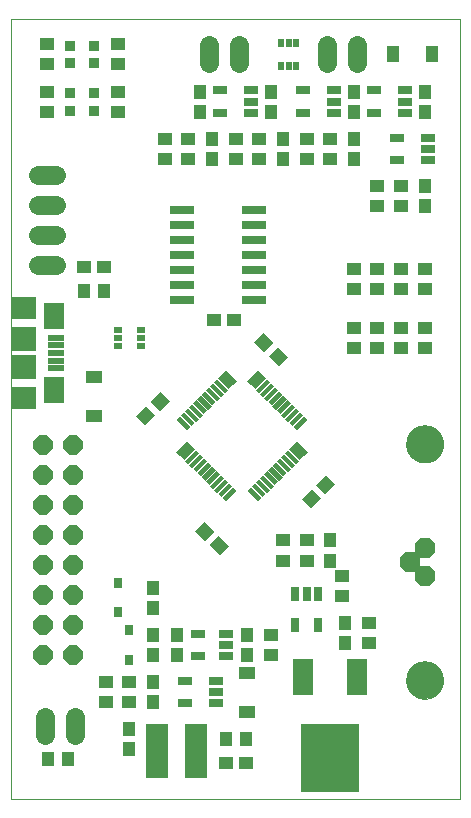
<source format=gts>
G75*
%MOIN*%
%OFA0B0*%
%FSLAX25Y25*%
%IPPOS*%
%LPD*%
%AMOC8*
5,1,8,0,0,1.08239X$1,22.5*
%
%ADD10C,0.00000*%
%ADD11C,0.12600*%
%ADD12R,0.01581X0.05124*%
%ADD13R,0.05124X0.02762*%
%ADD14R,0.04337X0.04731*%
%ADD15R,0.07880X0.07487*%
%ADD16R,0.07880X0.07880*%
%ADD17R,0.06699X0.08668*%
%ADD18R,0.05715X0.01975*%
%ADD19R,0.02762X0.03550*%
%ADD20R,0.05124X0.02565*%
%ADD21R,0.04731X0.04337*%
%ADD22R,0.08400X0.03000*%
%ADD23C,0.06400*%
%ADD24R,0.06699X0.12211*%
%ADD25R,0.19400X0.22900*%
%ADD26R,0.02565X0.05124*%
%ADD27R,0.05203X0.03983*%
%ADD28R,0.03983X0.05203*%
%ADD29R,0.01975X0.02762*%
%ADD30OC8,0.06850*%
%ADD31R,0.03550X0.03550*%
%ADD32R,0.02762X0.01975*%
%ADD33R,0.07487X0.18117*%
%ADD34OC8,0.06400*%
D10*
X0004419Y0001800D02*
X0004419Y0261643D01*
X0154025Y0261643D01*
X0154045Y0001800D01*
X0004419Y0001800D01*
X0136114Y0041170D02*
X0136116Y0041326D01*
X0136122Y0041481D01*
X0136132Y0041637D01*
X0136146Y0041792D01*
X0136164Y0041947D01*
X0136185Y0042101D01*
X0136211Y0042255D01*
X0136241Y0042408D01*
X0136274Y0042560D01*
X0136312Y0042711D01*
X0136353Y0042861D01*
X0136398Y0043010D01*
X0136447Y0043158D01*
X0136500Y0043305D01*
X0136556Y0043450D01*
X0136616Y0043594D01*
X0136680Y0043736D01*
X0136747Y0043877D01*
X0136818Y0044015D01*
X0136893Y0044152D01*
X0136971Y0044287D01*
X0137052Y0044420D01*
X0137137Y0044551D01*
X0137225Y0044679D01*
X0137316Y0044806D01*
X0137410Y0044930D01*
X0137508Y0045051D01*
X0137609Y0045170D01*
X0137712Y0045286D01*
X0137819Y0045400D01*
X0137928Y0045511D01*
X0138041Y0045619D01*
X0138156Y0045724D01*
X0138273Y0045826D01*
X0138393Y0045925D01*
X0138516Y0046021D01*
X0138641Y0046114D01*
X0138769Y0046204D01*
X0138898Y0046290D01*
X0139030Y0046373D01*
X0139164Y0046453D01*
X0139300Y0046529D01*
X0139438Y0046602D01*
X0139577Y0046671D01*
X0139719Y0046736D01*
X0139862Y0046798D01*
X0140006Y0046856D01*
X0140152Y0046911D01*
X0140299Y0046962D01*
X0140448Y0047009D01*
X0140598Y0047052D01*
X0140748Y0047091D01*
X0140900Y0047127D01*
X0141053Y0047158D01*
X0141206Y0047186D01*
X0141360Y0047210D01*
X0141514Y0047230D01*
X0141669Y0047246D01*
X0141825Y0047258D01*
X0141980Y0047266D01*
X0142136Y0047270D01*
X0142292Y0047270D01*
X0142448Y0047266D01*
X0142603Y0047258D01*
X0142759Y0047246D01*
X0142914Y0047230D01*
X0143068Y0047210D01*
X0143222Y0047186D01*
X0143375Y0047158D01*
X0143528Y0047127D01*
X0143680Y0047091D01*
X0143830Y0047052D01*
X0143980Y0047009D01*
X0144129Y0046962D01*
X0144276Y0046911D01*
X0144422Y0046856D01*
X0144566Y0046798D01*
X0144709Y0046736D01*
X0144851Y0046671D01*
X0144990Y0046602D01*
X0145128Y0046529D01*
X0145264Y0046453D01*
X0145398Y0046373D01*
X0145530Y0046290D01*
X0145659Y0046204D01*
X0145787Y0046114D01*
X0145912Y0046021D01*
X0146035Y0045925D01*
X0146155Y0045826D01*
X0146272Y0045724D01*
X0146387Y0045619D01*
X0146500Y0045511D01*
X0146609Y0045400D01*
X0146716Y0045286D01*
X0146819Y0045170D01*
X0146920Y0045051D01*
X0147018Y0044930D01*
X0147112Y0044806D01*
X0147203Y0044679D01*
X0147291Y0044551D01*
X0147376Y0044420D01*
X0147457Y0044287D01*
X0147535Y0044152D01*
X0147610Y0044015D01*
X0147681Y0043877D01*
X0147748Y0043736D01*
X0147812Y0043594D01*
X0147872Y0043450D01*
X0147928Y0043305D01*
X0147981Y0043158D01*
X0148030Y0043010D01*
X0148075Y0042861D01*
X0148116Y0042711D01*
X0148154Y0042560D01*
X0148187Y0042408D01*
X0148217Y0042255D01*
X0148243Y0042101D01*
X0148264Y0041947D01*
X0148282Y0041792D01*
X0148296Y0041637D01*
X0148306Y0041481D01*
X0148312Y0041326D01*
X0148314Y0041170D01*
X0148312Y0041014D01*
X0148306Y0040859D01*
X0148296Y0040703D01*
X0148282Y0040548D01*
X0148264Y0040393D01*
X0148243Y0040239D01*
X0148217Y0040085D01*
X0148187Y0039932D01*
X0148154Y0039780D01*
X0148116Y0039629D01*
X0148075Y0039479D01*
X0148030Y0039330D01*
X0147981Y0039182D01*
X0147928Y0039035D01*
X0147872Y0038890D01*
X0147812Y0038746D01*
X0147748Y0038604D01*
X0147681Y0038463D01*
X0147610Y0038325D01*
X0147535Y0038188D01*
X0147457Y0038053D01*
X0147376Y0037920D01*
X0147291Y0037789D01*
X0147203Y0037661D01*
X0147112Y0037534D01*
X0147018Y0037410D01*
X0146920Y0037289D01*
X0146819Y0037170D01*
X0146716Y0037054D01*
X0146609Y0036940D01*
X0146500Y0036829D01*
X0146387Y0036721D01*
X0146272Y0036616D01*
X0146155Y0036514D01*
X0146035Y0036415D01*
X0145912Y0036319D01*
X0145787Y0036226D01*
X0145659Y0036136D01*
X0145530Y0036050D01*
X0145398Y0035967D01*
X0145264Y0035887D01*
X0145128Y0035811D01*
X0144990Y0035738D01*
X0144851Y0035669D01*
X0144709Y0035604D01*
X0144566Y0035542D01*
X0144422Y0035484D01*
X0144276Y0035429D01*
X0144129Y0035378D01*
X0143980Y0035331D01*
X0143830Y0035288D01*
X0143680Y0035249D01*
X0143528Y0035213D01*
X0143375Y0035182D01*
X0143222Y0035154D01*
X0143068Y0035130D01*
X0142914Y0035110D01*
X0142759Y0035094D01*
X0142603Y0035082D01*
X0142448Y0035074D01*
X0142292Y0035070D01*
X0142136Y0035070D01*
X0141980Y0035074D01*
X0141825Y0035082D01*
X0141669Y0035094D01*
X0141514Y0035110D01*
X0141360Y0035130D01*
X0141206Y0035154D01*
X0141053Y0035182D01*
X0140900Y0035213D01*
X0140748Y0035249D01*
X0140598Y0035288D01*
X0140448Y0035331D01*
X0140299Y0035378D01*
X0140152Y0035429D01*
X0140006Y0035484D01*
X0139862Y0035542D01*
X0139719Y0035604D01*
X0139577Y0035669D01*
X0139438Y0035738D01*
X0139300Y0035811D01*
X0139164Y0035887D01*
X0139030Y0035967D01*
X0138898Y0036050D01*
X0138769Y0036136D01*
X0138641Y0036226D01*
X0138516Y0036319D01*
X0138393Y0036415D01*
X0138273Y0036514D01*
X0138156Y0036616D01*
X0138041Y0036721D01*
X0137928Y0036829D01*
X0137819Y0036940D01*
X0137712Y0037054D01*
X0137609Y0037170D01*
X0137508Y0037289D01*
X0137410Y0037410D01*
X0137316Y0037534D01*
X0137225Y0037661D01*
X0137137Y0037789D01*
X0137052Y0037920D01*
X0136971Y0038053D01*
X0136893Y0038188D01*
X0136818Y0038325D01*
X0136747Y0038463D01*
X0136680Y0038604D01*
X0136616Y0038746D01*
X0136556Y0038890D01*
X0136500Y0039035D01*
X0136447Y0039182D01*
X0136398Y0039330D01*
X0136353Y0039479D01*
X0136312Y0039629D01*
X0136274Y0039780D01*
X0136241Y0039932D01*
X0136211Y0040085D01*
X0136185Y0040239D01*
X0136164Y0040393D01*
X0136146Y0040548D01*
X0136132Y0040703D01*
X0136122Y0040859D01*
X0136116Y0041014D01*
X0136114Y0041170D01*
X0136114Y0119910D02*
X0136116Y0120066D01*
X0136122Y0120221D01*
X0136132Y0120377D01*
X0136146Y0120532D01*
X0136164Y0120687D01*
X0136185Y0120841D01*
X0136211Y0120995D01*
X0136241Y0121148D01*
X0136274Y0121300D01*
X0136312Y0121451D01*
X0136353Y0121601D01*
X0136398Y0121750D01*
X0136447Y0121898D01*
X0136500Y0122045D01*
X0136556Y0122190D01*
X0136616Y0122334D01*
X0136680Y0122476D01*
X0136747Y0122617D01*
X0136818Y0122755D01*
X0136893Y0122892D01*
X0136971Y0123027D01*
X0137052Y0123160D01*
X0137137Y0123291D01*
X0137225Y0123419D01*
X0137316Y0123546D01*
X0137410Y0123670D01*
X0137508Y0123791D01*
X0137609Y0123910D01*
X0137712Y0124026D01*
X0137819Y0124140D01*
X0137928Y0124251D01*
X0138041Y0124359D01*
X0138156Y0124464D01*
X0138273Y0124566D01*
X0138393Y0124665D01*
X0138516Y0124761D01*
X0138641Y0124854D01*
X0138769Y0124944D01*
X0138898Y0125030D01*
X0139030Y0125113D01*
X0139164Y0125193D01*
X0139300Y0125269D01*
X0139438Y0125342D01*
X0139577Y0125411D01*
X0139719Y0125476D01*
X0139862Y0125538D01*
X0140006Y0125596D01*
X0140152Y0125651D01*
X0140299Y0125702D01*
X0140448Y0125749D01*
X0140598Y0125792D01*
X0140748Y0125831D01*
X0140900Y0125867D01*
X0141053Y0125898D01*
X0141206Y0125926D01*
X0141360Y0125950D01*
X0141514Y0125970D01*
X0141669Y0125986D01*
X0141825Y0125998D01*
X0141980Y0126006D01*
X0142136Y0126010D01*
X0142292Y0126010D01*
X0142448Y0126006D01*
X0142603Y0125998D01*
X0142759Y0125986D01*
X0142914Y0125970D01*
X0143068Y0125950D01*
X0143222Y0125926D01*
X0143375Y0125898D01*
X0143528Y0125867D01*
X0143680Y0125831D01*
X0143830Y0125792D01*
X0143980Y0125749D01*
X0144129Y0125702D01*
X0144276Y0125651D01*
X0144422Y0125596D01*
X0144566Y0125538D01*
X0144709Y0125476D01*
X0144851Y0125411D01*
X0144990Y0125342D01*
X0145128Y0125269D01*
X0145264Y0125193D01*
X0145398Y0125113D01*
X0145530Y0125030D01*
X0145659Y0124944D01*
X0145787Y0124854D01*
X0145912Y0124761D01*
X0146035Y0124665D01*
X0146155Y0124566D01*
X0146272Y0124464D01*
X0146387Y0124359D01*
X0146500Y0124251D01*
X0146609Y0124140D01*
X0146716Y0124026D01*
X0146819Y0123910D01*
X0146920Y0123791D01*
X0147018Y0123670D01*
X0147112Y0123546D01*
X0147203Y0123419D01*
X0147291Y0123291D01*
X0147376Y0123160D01*
X0147457Y0123027D01*
X0147535Y0122892D01*
X0147610Y0122755D01*
X0147681Y0122617D01*
X0147748Y0122476D01*
X0147812Y0122334D01*
X0147872Y0122190D01*
X0147928Y0122045D01*
X0147981Y0121898D01*
X0148030Y0121750D01*
X0148075Y0121601D01*
X0148116Y0121451D01*
X0148154Y0121300D01*
X0148187Y0121148D01*
X0148217Y0120995D01*
X0148243Y0120841D01*
X0148264Y0120687D01*
X0148282Y0120532D01*
X0148296Y0120377D01*
X0148306Y0120221D01*
X0148312Y0120066D01*
X0148314Y0119910D01*
X0148312Y0119754D01*
X0148306Y0119599D01*
X0148296Y0119443D01*
X0148282Y0119288D01*
X0148264Y0119133D01*
X0148243Y0118979D01*
X0148217Y0118825D01*
X0148187Y0118672D01*
X0148154Y0118520D01*
X0148116Y0118369D01*
X0148075Y0118219D01*
X0148030Y0118070D01*
X0147981Y0117922D01*
X0147928Y0117775D01*
X0147872Y0117630D01*
X0147812Y0117486D01*
X0147748Y0117344D01*
X0147681Y0117203D01*
X0147610Y0117065D01*
X0147535Y0116928D01*
X0147457Y0116793D01*
X0147376Y0116660D01*
X0147291Y0116529D01*
X0147203Y0116401D01*
X0147112Y0116274D01*
X0147018Y0116150D01*
X0146920Y0116029D01*
X0146819Y0115910D01*
X0146716Y0115794D01*
X0146609Y0115680D01*
X0146500Y0115569D01*
X0146387Y0115461D01*
X0146272Y0115356D01*
X0146155Y0115254D01*
X0146035Y0115155D01*
X0145912Y0115059D01*
X0145787Y0114966D01*
X0145659Y0114876D01*
X0145530Y0114790D01*
X0145398Y0114707D01*
X0145264Y0114627D01*
X0145128Y0114551D01*
X0144990Y0114478D01*
X0144851Y0114409D01*
X0144709Y0114344D01*
X0144566Y0114282D01*
X0144422Y0114224D01*
X0144276Y0114169D01*
X0144129Y0114118D01*
X0143980Y0114071D01*
X0143830Y0114028D01*
X0143680Y0113989D01*
X0143528Y0113953D01*
X0143375Y0113922D01*
X0143222Y0113894D01*
X0143068Y0113870D01*
X0142914Y0113850D01*
X0142759Y0113834D01*
X0142603Y0113822D01*
X0142448Y0113814D01*
X0142292Y0113810D01*
X0142136Y0113810D01*
X0141980Y0113814D01*
X0141825Y0113822D01*
X0141669Y0113834D01*
X0141514Y0113850D01*
X0141360Y0113870D01*
X0141206Y0113894D01*
X0141053Y0113922D01*
X0140900Y0113953D01*
X0140748Y0113989D01*
X0140598Y0114028D01*
X0140448Y0114071D01*
X0140299Y0114118D01*
X0140152Y0114169D01*
X0140006Y0114224D01*
X0139862Y0114282D01*
X0139719Y0114344D01*
X0139577Y0114409D01*
X0139438Y0114478D01*
X0139300Y0114551D01*
X0139164Y0114627D01*
X0139030Y0114707D01*
X0138898Y0114790D01*
X0138769Y0114876D01*
X0138641Y0114966D01*
X0138516Y0115059D01*
X0138393Y0115155D01*
X0138273Y0115254D01*
X0138156Y0115356D01*
X0138041Y0115461D01*
X0137928Y0115569D01*
X0137819Y0115680D01*
X0137712Y0115794D01*
X0137609Y0115910D01*
X0137508Y0116029D01*
X0137410Y0116150D01*
X0137316Y0116274D01*
X0137225Y0116401D01*
X0137137Y0116529D01*
X0137052Y0116660D01*
X0136971Y0116793D01*
X0136893Y0116928D01*
X0136818Y0117065D01*
X0136747Y0117203D01*
X0136680Y0117344D01*
X0136616Y0117486D01*
X0136556Y0117630D01*
X0136500Y0117775D01*
X0136447Y0117922D01*
X0136398Y0118070D01*
X0136353Y0118219D01*
X0136312Y0118369D01*
X0136274Y0118520D01*
X0136241Y0118672D01*
X0136211Y0118825D01*
X0136185Y0118979D01*
X0136164Y0119133D01*
X0136146Y0119288D01*
X0136132Y0119443D01*
X0136122Y0119599D01*
X0136116Y0119754D01*
X0136114Y0119910D01*
D11*
X0142214Y0119910D03*
X0142214Y0041170D03*
D12*
G36*
X0099031Y0113071D02*
X0097913Y0111953D01*
X0094291Y0115575D01*
X0095409Y0116693D01*
X0099031Y0113071D01*
G37*
G36*
X0100423Y0114463D02*
X0099305Y0113345D01*
X0095683Y0116967D01*
X0096801Y0118085D01*
X0100423Y0114463D01*
G37*
G36*
X0101815Y0115855D02*
X0100697Y0114737D01*
X0097075Y0118359D01*
X0098193Y0119477D01*
X0101815Y0115855D01*
G37*
G36*
X0103206Y0117247D02*
X0102088Y0116129D01*
X0098466Y0119751D01*
X0099584Y0120869D01*
X0103206Y0117247D01*
G37*
G36*
X0102088Y0129221D02*
X0103206Y0128103D01*
X0099584Y0124481D01*
X0098466Y0125599D01*
X0102088Y0129221D01*
G37*
G36*
X0100697Y0130613D02*
X0101815Y0129495D01*
X0098193Y0125873D01*
X0097075Y0126991D01*
X0100697Y0130613D01*
G37*
G36*
X0099305Y0132005D02*
X0100423Y0130887D01*
X0096801Y0127265D01*
X0095683Y0128383D01*
X0099305Y0132005D01*
G37*
G36*
X0097913Y0133397D02*
X0099031Y0132279D01*
X0095409Y0128657D01*
X0094291Y0129775D01*
X0097913Y0133397D01*
G37*
G36*
X0096521Y0134789D02*
X0097639Y0133671D01*
X0094017Y0130049D01*
X0092899Y0131167D01*
X0096521Y0134789D01*
G37*
G36*
X0095129Y0136181D02*
X0096247Y0135063D01*
X0092625Y0131441D01*
X0091507Y0132559D01*
X0095129Y0136181D01*
G37*
G36*
X0093737Y0137573D02*
X0094855Y0136455D01*
X0091233Y0132833D01*
X0090115Y0133951D01*
X0093737Y0137573D01*
G37*
G36*
X0092345Y0138964D02*
X0093463Y0137846D01*
X0089841Y0134224D01*
X0088723Y0135342D01*
X0092345Y0138964D01*
G37*
G36*
X0090953Y0140356D02*
X0092071Y0139238D01*
X0088449Y0135616D01*
X0087331Y0136734D01*
X0090953Y0140356D01*
G37*
G36*
X0089561Y0141748D02*
X0090679Y0140630D01*
X0087057Y0137008D01*
X0085939Y0138126D01*
X0089561Y0141748D01*
G37*
G36*
X0088169Y0143140D02*
X0089287Y0142022D01*
X0085665Y0138400D01*
X0084547Y0139518D01*
X0088169Y0143140D01*
G37*
G36*
X0086777Y0144532D02*
X0087895Y0143414D01*
X0084273Y0139792D01*
X0083155Y0140910D01*
X0086777Y0144532D01*
G37*
G36*
X0079543Y0140910D02*
X0078425Y0139792D01*
X0074803Y0143414D01*
X0075921Y0144532D01*
X0079543Y0140910D01*
G37*
G36*
X0078151Y0139518D02*
X0077033Y0138400D01*
X0073411Y0142022D01*
X0074529Y0143140D01*
X0078151Y0139518D01*
G37*
G36*
X0076760Y0138126D02*
X0075642Y0137008D01*
X0072020Y0140630D01*
X0073138Y0141748D01*
X0076760Y0138126D01*
G37*
G36*
X0075368Y0136734D02*
X0074250Y0135616D01*
X0070628Y0139238D01*
X0071746Y0140356D01*
X0075368Y0136734D01*
G37*
G36*
X0073976Y0135342D02*
X0072858Y0134224D01*
X0069236Y0137846D01*
X0070354Y0138964D01*
X0073976Y0135342D01*
G37*
G36*
X0072584Y0133951D02*
X0071466Y0132833D01*
X0067844Y0136455D01*
X0068962Y0137573D01*
X0072584Y0133951D01*
G37*
G36*
X0071192Y0132559D02*
X0070074Y0131441D01*
X0066452Y0135063D01*
X0067570Y0136181D01*
X0071192Y0132559D01*
G37*
G36*
X0069800Y0131167D02*
X0068682Y0130049D01*
X0065060Y0133671D01*
X0066178Y0134789D01*
X0069800Y0131167D01*
G37*
G36*
X0068408Y0129775D02*
X0067290Y0128657D01*
X0063668Y0132279D01*
X0064786Y0133397D01*
X0068408Y0129775D01*
G37*
G36*
X0067016Y0128383D02*
X0065898Y0127265D01*
X0062276Y0130887D01*
X0063394Y0132005D01*
X0067016Y0128383D01*
G37*
G36*
X0065624Y0126991D02*
X0064506Y0125873D01*
X0060884Y0129495D01*
X0062002Y0130613D01*
X0065624Y0126991D01*
G37*
G36*
X0064232Y0125599D02*
X0063114Y0124481D01*
X0059492Y0128103D01*
X0060610Y0129221D01*
X0064232Y0125599D01*
G37*
G36*
X0063114Y0120869D02*
X0064232Y0119751D01*
X0060610Y0116129D01*
X0059492Y0117247D01*
X0063114Y0120869D01*
G37*
G36*
X0064506Y0119477D02*
X0065624Y0118359D01*
X0062002Y0114737D01*
X0060884Y0115855D01*
X0064506Y0119477D01*
G37*
G36*
X0065898Y0118085D02*
X0067016Y0116967D01*
X0063394Y0113345D01*
X0062276Y0114463D01*
X0065898Y0118085D01*
G37*
G36*
X0067290Y0116693D02*
X0068408Y0115575D01*
X0064786Y0111953D01*
X0063668Y0113071D01*
X0067290Y0116693D01*
G37*
G36*
X0068682Y0115301D02*
X0069800Y0114183D01*
X0066178Y0110561D01*
X0065060Y0111679D01*
X0068682Y0115301D01*
G37*
G36*
X0070074Y0113909D02*
X0071192Y0112791D01*
X0067570Y0109169D01*
X0066452Y0110287D01*
X0070074Y0113909D01*
G37*
G36*
X0071466Y0112518D02*
X0072584Y0111400D01*
X0068962Y0107778D01*
X0067844Y0108896D01*
X0071466Y0112518D01*
G37*
G36*
X0072858Y0111126D02*
X0073976Y0110008D01*
X0070354Y0106386D01*
X0069236Y0107504D01*
X0072858Y0111126D01*
G37*
G36*
X0074250Y0109734D02*
X0075368Y0108616D01*
X0071746Y0104994D01*
X0070628Y0106112D01*
X0074250Y0109734D01*
G37*
G36*
X0075642Y0108342D02*
X0076760Y0107224D01*
X0073138Y0103602D01*
X0072020Y0104720D01*
X0075642Y0108342D01*
G37*
G36*
X0077033Y0106950D02*
X0078151Y0105832D01*
X0074529Y0102210D01*
X0073411Y0103328D01*
X0077033Y0106950D01*
G37*
G36*
X0078425Y0105558D02*
X0079543Y0104440D01*
X0075921Y0100818D01*
X0074803Y0101936D01*
X0078425Y0105558D01*
G37*
G36*
X0087895Y0101936D02*
X0086777Y0100818D01*
X0083155Y0104440D01*
X0084273Y0105558D01*
X0087895Y0101936D01*
G37*
G36*
X0089287Y0103328D02*
X0088169Y0102210D01*
X0084547Y0105832D01*
X0085665Y0106950D01*
X0089287Y0103328D01*
G37*
G36*
X0090679Y0104720D02*
X0089561Y0103602D01*
X0085939Y0107224D01*
X0087057Y0108342D01*
X0090679Y0104720D01*
G37*
G36*
X0092071Y0106112D02*
X0090953Y0104994D01*
X0087331Y0108616D01*
X0088449Y0109734D01*
X0092071Y0106112D01*
G37*
G36*
X0093463Y0107504D02*
X0092345Y0106386D01*
X0088723Y0110008D01*
X0089841Y0111126D01*
X0093463Y0107504D01*
G37*
G36*
X0094855Y0108896D02*
X0093737Y0107778D01*
X0090115Y0111400D01*
X0091233Y0112518D01*
X0094855Y0108896D01*
G37*
G36*
X0096247Y0110287D02*
X0095129Y0109169D01*
X0091507Y0112791D01*
X0092625Y0113909D01*
X0096247Y0110287D01*
G37*
G36*
X0097639Y0111679D02*
X0096521Y0110561D01*
X0092899Y0114183D01*
X0094017Y0115301D01*
X0097639Y0111679D01*
G37*
D13*
X0075875Y0056721D03*
X0075875Y0052981D03*
X0075875Y0049241D03*
X0066820Y0049241D03*
X0066820Y0056721D03*
D14*
X0059537Y0056328D03*
X0059537Y0049635D03*
X0051663Y0049635D03*
X0051663Y0056328D03*
X0051663Y0065383D03*
X0051663Y0072076D03*
X0051663Y0040580D03*
X0051663Y0033887D03*
X0043789Y0024831D03*
X0043789Y0018139D03*
X0023453Y0014943D03*
X0016760Y0014943D03*
X0075875Y0021485D03*
X0082568Y0021485D03*
X0083159Y0049635D03*
X0083159Y0056328D03*
X0110718Y0081131D03*
X0110718Y0087824D03*
X0115639Y0060265D03*
X0115639Y0053572D03*
X0035324Y0171091D03*
X0028631Y0171091D03*
X0067411Y0230737D03*
X0067411Y0237430D03*
X0071348Y0221682D03*
X0071348Y0214989D03*
X0091033Y0230737D03*
X0091033Y0237430D03*
X0094970Y0221682D03*
X0094970Y0214989D03*
X0118592Y0214989D03*
X0118592Y0221682D03*
X0118592Y0230737D03*
X0118592Y0237430D03*
X0142214Y0237430D03*
X0142214Y0230737D03*
X0142214Y0205934D03*
X0142214Y0199241D03*
D15*
X0008631Y0165284D03*
X0008631Y0135363D03*
D16*
X0008631Y0145599D03*
X0008631Y0155048D03*
D17*
X0018671Y0162528D03*
X0018671Y0138119D03*
D18*
X0019261Y0145206D03*
X0019261Y0147765D03*
X0019261Y0150324D03*
X0019261Y0152883D03*
X0019261Y0155442D03*
D19*
X0039852Y0073650D03*
X0039852Y0063808D03*
X0043789Y0057902D03*
X0043789Y0048060D03*
D20*
X0062292Y0040973D03*
X0062292Y0033493D03*
X0072529Y0033493D03*
X0072529Y0037233D03*
X0072529Y0040973D03*
X0133158Y0214595D03*
X0133158Y0222076D03*
X0135521Y0230343D03*
X0135521Y0234083D03*
X0135521Y0237824D03*
X0143395Y0222076D03*
X0143395Y0218335D03*
X0143395Y0214595D03*
X0125284Y0230343D03*
X0125284Y0237824D03*
X0111899Y0237824D03*
X0111899Y0234083D03*
X0111899Y0230343D03*
X0101662Y0230343D03*
X0101662Y0237824D03*
X0084340Y0237824D03*
X0084340Y0234083D03*
X0084340Y0230343D03*
X0074103Y0230343D03*
X0074103Y0237824D03*
D21*
X0079222Y0221682D03*
X0079222Y0214989D03*
X0087096Y0214989D03*
X0087096Y0221682D03*
X0102844Y0221682D03*
X0102844Y0214989D03*
X0110718Y0214989D03*
X0110718Y0221682D03*
X0126466Y0205934D03*
X0126466Y0199241D03*
X0134340Y0199241D03*
X0134340Y0205934D03*
X0134340Y0178375D03*
X0134340Y0171682D03*
X0142214Y0171682D03*
X0142214Y0178375D03*
X0142214Y0158690D03*
X0142214Y0151997D03*
X0134340Y0151997D03*
X0134340Y0158690D03*
X0126466Y0158690D03*
X0126466Y0151997D03*
X0118592Y0151997D03*
X0118592Y0158690D03*
X0118592Y0171682D03*
X0118592Y0178375D03*
X0126466Y0178375D03*
X0126466Y0171682D03*
G36*
X0093538Y0145835D02*
X0090194Y0149179D01*
X0093260Y0152245D01*
X0096604Y0148901D01*
X0093538Y0145835D01*
G37*
G36*
X0088805Y0150568D02*
X0085461Y0153912D01*
X0088527Y0156978D01*
X0091871Y0153634D01*
X0088805Y0150568D01*
G37*
X0078631Y0161249D03*
X0071938Y0161249D03*
G36*
X0057234Y0134227D02*
X0053890Y0130883D01*
X0050824Y0133949D01*
X0054168Y0137293D01*
X0057234Y0134227D01*
G37*
G36*
X0052501Y0129494D02*
X0049157Y0126150D01*
X0046091Y0129216D01*
X0049435Y0132560D01*
X0052501Y0129494D01*
G37*
G36*
X0068842Y0093985D02*
X0072186Y0090641D01*
X0069120Y0087575D01*
X0065776Y0090919D01*
X0068842Y0093985D01*
G37*
G36*
X0073575Y0089253D02*
X0076919Y0085909D01*
X0073853Y0082843D01*
X0070509Y0086187D01*
X0073575Y0089253D01*
G37*
X0094970Y0087824D03*
X0094970Y0081131D03*
X0102844Y0081131D03*
X0102844Y0087824D03*
G36*
X0101210Y0101657D02*
X0104554Y0105001D01*
X0107620Y0101935D01*
X0104276Y0098591D01*
X0101210Y0101657D01*
G37*
G36*
X0105942Y0106390D02*
X0109286Y0109734D01*
X0112352Y0106668D01*
X0109008Y0103324D01*
X0105942Y0106390D01*
G37*
X0114655Y0076013D03*
X0114655Y0069320D03*
X0123513Y0060265D03*
X0123513Y0053572D03*
X0091033Y0056328D03*
X0091033Y0049635D03*
X0082568Y0013611D03*
X0075875Y0013611D03*
X0043789Y0033887D03*
X0043789Y0040580D03*
X0035915Y0040580D03*
X0035915Y0033887D03*
X0035324Y0178965D03*
X0028631Y0178965D03*
X0055600Y0214989D03*
X0055600Y0221682D03*
X0063474Y0221682D03*
X0063474Y0214989D03*
X0039852Y0230737D03*
X0039852Y0237430D03*
X0039852Y0246485D03*
X0039852Y0253178D03*
X0016230Y0253178D03*
X0016230Y0246485D03*
X0016230Y0237430D03*
X0016230Y0230737D03*
D22*
X0061216Y0197902D03*
X0061216Y0192902D03*
X0061216Y0187902D03*
X0061216Y0182902D03*
X0061216Y0177902D03*
X0061216Y0172902D03*
X0061216Y0167902D03*
X0085416Y0167902D03*
X0085416Y0172902D03*
X0085416Y0177902D03*
X0085416Y0182902D03*
X0085416Y0187902D03*
X0085416Y0192902D03*
X0085416Y0197902D03*
D23*
X0080285Y0246831D02*
X0080285Y0252831D01*
X0070285Y0252831D02*
X0070285Y0246831D01*
X0109655Y0246831D02*
X0109655Y0252831D01*
X0119655Y0252831D02*
X0119655Y0246831D01*
X0019230Y0209713D02*
X0013230Y0209713D01*
X0013230Y0199713D02*
X0019230Y0199713D01*
X0019230Y0189713D02*
X0013230Y0189713D01*
X0013230Y0179713D02*
X0019230Y0179713D01*
X0015659Y0028914D02*
X0015659Y0022914D01*
X0025659Y0022914D02*
X0025659Y0028914D01*
D24*
X0101741Y0042391D03*
X0119694Y0042391D03*
D25*
X0110718Y0015233D03*
D26*
X0106584Y0059674D03*
X0099104Y0059674D03*
X0099104Y0069911D03*
X0102844Y0069911D03*
X0106584Y0069911D03*
D27*
X0083159Y0043729D03*
X0083159Y0030737D03*
X0031978Y0129162D03*
X0031978Y0142154D03*
D28*
X0131781Y0249831D03*
X0144773Y0249831D03*
D29*
X0099497Y0245894D03*
X0096938Y0245894D03*
X0094379Y0245894D03*
X0094379Y0253769D03*
X0096938Y0253769D03*
X0099497Y0253769D03*
D30*
X0142214Y0085277D03*
X0137477Y0080540D03*
X0142214Y0075803D03*
D31*
X0031978Y0231131D03*
X0031978Y0237036D03*
X0031978Y0246879D03*
X0031978Y0252784D03*
X0024104Y0252784D03*
X0024104Y0246879D03*
X0024104Y0237036D03*
X0024104Y0231131D03*
D32*
X0039852Y0157902D03*
X0039852Y0155343D03*
X0039852Y0152784D03*
X0047726Y0152784D03*
X0047726Y0155343D03*
X0047726Y0157902D03*
D33*
X0053139Y0017548D03*
X0065934Y0017548D03*
D34*
X0025167Y0049477D03*
X0025167Y0059477D03*
X0025167Y0069477D03*
X0025167Y0079477D03*
X0025167Y0089477D03*
X0025167Y0099477D03*
X0025167Y0109477D03*
X0025167Y0119477D03*
X0015167Y0119477D03*
X0015167Y0109477D03*
X0015167Y0099477D03*
X0015167Y0089477D03*
X0015167Y0079477D03*
X0015167Y0069477D03*
X0015167Y0059477D03*
X0015167Y0049477D03*
M02*

</source>
